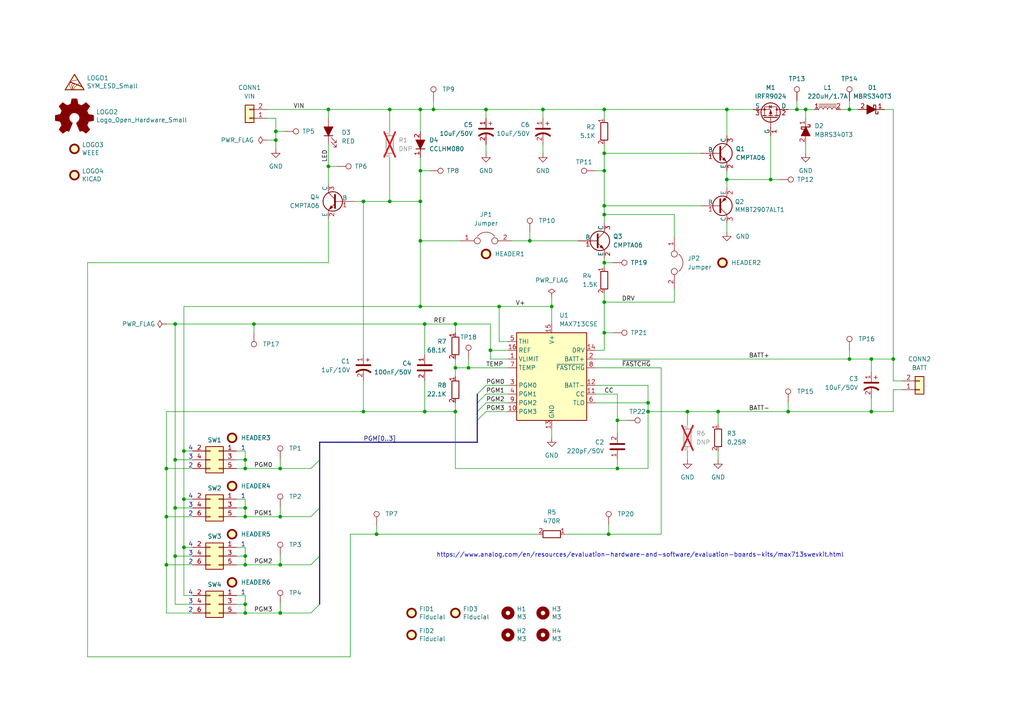
<source format=kicad_sch>
(kicad_sch (version 20231120) (generator "eeschema") (generator_version "8.0")
  (paper "A4")
  (title_block (title "MAX713 NiCd/NiMH battery fast-charge controller") (date "2024-12-13") (rev "2") (company "astroelectronic@") (comment 1 "-") (comment 2 "-") (comment 3 "-") (comment 4 "AE01012713"))
  (lib_symbols
    (symbol "CP1-Device_1" (pin_names (offset 0.254) hide)
      (property "Reference" "C" (at 0.635 2.54 0))
      (property "Value" "Device_CP1" (at 0.635 -2.54 0))
      (symbol "CP1-Device_1_1_1"
        (pin passive line (at 0 3.81 270) (length 2.794) (name "~") (number "1"))
        (pin passive line (at 0 -3.81 90) (length 3.302) (name "~") (number "2"))
      )
    )
    (symbol "CP1-Device_2" (pin_names (offset 0.254) hide)
      (property "Reference" "C" (at 0.635 2.54 0))
      (property "Value" "Device_CP1" (at 0.635 -2.54 0))
      (symbol "CP1-Device_2_1_1"
        (pin passive line (at 0 3.81 270) (length 2.794) (name "~") (number "1"))
        (pin passive line (at 0 -3.81 90) (length 3.302) (name "~") (number "2"))
      )
    )
    (symbol "CP1-Device_3" (pin_names (offset 0.254) hide)
      (property "Reference" "C" (at 0.635 2.54 0))
      (property "Value" "Device_CP1" (at 0.635 -2.54 0))
      (symbol "CP1-Device_3_1_1"
        (pin passive line (at 0 3.81 270) (length 2.794) (name "~") (number "1"))
        (pin passive line (at 0 -3.81 90) (length 3.302) (name "~") (number "2"))
      )
    )
    (symbol "C_1" (pin_names (offset 0.254) hide)
      (property "Reference" "C" (at 0.635 2.54 0))
      (property "Value" "C" (at 0.635 -2.54 0))
      (symbol "C_1_1_1"
        (pin passive line (at 0 3.81 270) (length 2.794) (name "~") (number "1"))
        (pin passive line (at 0 -3.81 90) (length 2.794) (name "~") (number "2"))
      )
    )
    (symbol "D_Schottky_ALT-Device_1" (pin_names (offset 1.016) hide)
      (property "Reference" "D" (at 0 2.54 0))
      (property "Value" "Device_D_Schottky_ALT" (at 0 -2.54 0))
      (symbol "D_Schottky_ALT-Device_1_1_1"
        (pin passive line (at -3.81 0 0) (length 2.54) (name "K") (number "1"))
        (pin passive line (at 3.81 0 180) (length 2.54) (name "A") (number "2"))
      )
    )
    (symbol "MAX713:C" (pin_names (offset 0.254) hide)
      (property "Reference" "C" (at 0.635 2.54 0))
      (property "Value" "C" (at 0.635 -2.54 0))
      (symbol "C_1_1"
        (pin passive line (at 0 3.81 270) (length 2.794) (name "~") (number "1"))
        (pin passive line (at 0 -3.81 90) (length 2.794) (name "~") (number "2"))
      )
    )
    (symbol "MAX713:CP1-Device" (pin_names (offset 0.254) hide)
      (property "Reference" "C" (at 0.635 2.54 0))
      (property "Value" "Device_CP1" (at 0.635 -2.54 0))
      (symbol "CP1-Device_1_1"
        (pin passive line (at 0 3.81 270) (length 2.794) (name "~") (number "1"))
        (pin passive line (at 0 -3.81 90) (length 3.302) (name "~") (number "2"))
      )
    )
    (symbol "MAX713:Conn_01x02" (pin_names (offset 1.016) hide)
      (property "Reference" "J" (at 0 2.54 0))
      (property "Value" "Conn_01x02" (at 0 -5.08 0))
      (symbol "Conn_01x02_1_1"
        (pin passive line (at -5.08 0 0) (length 3.81) (name "Pin_1") (number "1"))
        (pin passive line (at -5.08 -2.54 0) (length 3.81) (name "Pin_2") (number "2"))
      )
    )
    (symbol "MAX713:Conn_02x03_Odd_Even" (pin_names (offset 1.016) hide)
      (property "Reference" "J" (at 1.27 5.08 0))
      (property "Value" "Conn_02x03_Odd_Even" (at 1.27 -5.08 0))
      (symbol "Conn_02x03_Odd_Even_1_1"
        (pin passive line (at -5.08 2.54 0) (length 3.81) (name "Pin_1") (number "1"))
        (pin passive line (at 7.62 2.54 180) (length 3.81) (name "Pin_2") (number "2"))
        (pin passive line (at -5.08 0 0) (length 3.81) (name "Pin_3") (number "3"))
        (pin passive line (at 7.62 0 180) (length 3.81) (name "Pin_4") (number "4"))
        (pin passive line (at -5.08 -2.54 0) (length 3.81) (name "Pin_5") (number "5"))
        (pin passive line (at 7.62 -2.54 180) (length 3.81) (name "Pin_6") (number "6"))
      )
    )
    (symbol "MAX713:D_ALT-Device" (pin_names (offset 1.016) hide)
      (property "Reference" "D" (at 0 2.54 0))
      (property "Value" "Device_D_ALT" (at 0 -2.54 0))
      (symbol "D_ALT-Device_1_1"
        (pin passive line (at -3.81 0 0) (length 2.54) (name "K") (number "1"))
        (pin passive line (at 3.81 0 180) (length 2.54) (name "A") (number "2"))
      )
    )
    (symbol "MAX713:D_Schottky_ALT-Device" (pin_names (offset 1.016) hide)
      (property "Reference" "D" (at 0 2.54 0))
      (property "Value" "Device_D_Schottky_ALT" (at 0 -2.54 0))
      (symbol "D_Schottky_ALT-Device_1_1"
        (pin passive line (at -3.81 0 0) (length 2.54) (name "K") (number "1"))
        (pin passive line (at 3.81 0 180) (length 2.54) (name "A") (number "2"))
      )
    )
    (symbol "MAX713:Fiducial" (exclude_from_sim yes) (in_bom no)
      (property "Reference" "FID" (at 0 5.08 0))
      (property "Value" "Fiducial" (at 0 3.175 0))
    )
    (symbol "MAX713:GND-power" (power) (pin_names (offset 0))
      (property "Value" "power_GND" (at 0 -3.81 0))
      (symbol "GND-power_1_1"
        (pin power_in line (at 0 0 270) (length 0) hide (name "GND") (number "1"))
      )
    )
    (symbol "MAX713:Jumper-Device" (pin_names (offset 0.762) hide)
      (property "Reference" "JP" (at 0 3.81 0))
      (property "Value" "Device_Jumper" (at 0 -2.032 0))
      (symbol "Jumper-Device_0_1"
        (pin passive line (at -7.62 0 0) (length 4.191) (name "1") (number "1"))
        (pin passive line (at 7.62 0 180) (length 4.191) (name "2") (number "2"))
      )
    )
    (symbol "MAX713:LED_ALT-Device" (pin_numbers hide) (pin_names (offset 1.016) hide)
      (property "Reference" "D" (at 0 2.54 0))
      (property "Value" "Device_LED_ALT" (at 0 -2.54 0))
      (symbol "LED_ALT-Device_1_1"
        (pin passive line (at -3.81 0 0) (length 2.54) (name "K") (number "1"))
        (pin passive line (at 3.81 0 180) (length 2.54) (name "A") (number "2"))
      )
    )
    (symbol "MAX713:L_Core_Iron-Device" (pin_names (offset 1.016) hide)
      (property "Reference" "L" (at -1.27 0 90))
      (property "Value" "Device_L_Core_Iron" (at 2.794 0 90))
      (symbol "L_Core_Iron-Device_1_1"
        (pin passive line (at 0 3.81 270) (length 1.27) (name "1") (number "1"))
        (pin passive line (at 0 -3.81 90) (length 1.27) (name "2") (number "2"))
      )
    )
    (symbol "MAX713:Logo_Open_Hardware_Small" (in_bom no) (on_board no))
    (symbol "MAX713:MAX713CSE"
      (property "Reference" "U" (at -8.382 13.97 0))
      (property "Value" "MAX713CSE" (at 2.54 13.97 0))
      (symbol "MAX713CSE_1_1"
        (pin input line (at -12.7 5.08 0) (length 2.54) (name "VLIMIT") (number "1"))
        (pin input line (at -12.7 -10.16 0) (length 2.54) (name "PGM3") (number "10"))
        (pin input line (at 12.7 -5.08 180) (length 2.54) (name "CC") (number "11"))
        (pin input line (at 12.7 -2.54 180) (length 2.54) (name "BATT-") (number "12"))
        (pin power_in line (at 0 -15.24 90) (length 2.54) (name "GND") (number "13"))
        (pin output line (at 12.7 7.62 180) (length 2.54) (name "DRV") (number "14"))
        (pin power_in line (at 0 15.24 270) (length 2.54) (name "V+") (number "15"))
        (pin power_in line (at -12.7 7.62 0) (length 2.54) (name "REF") (number "16"))
        (pin power_out line (at 12.7 5.08 180) (length 2.54) (name "BATT+") (number "2"))
        (pin power_out line (at -12.7 -2.54 0) (length 2.54) (name "PGM0") (number "3"))
        (pin power_out line (at -12.7 -5.08 0) (length 2.54) (name "PGM1") (number "4"))
        (pin input line (at -12.7 10.16 0) (length 2.54) (name "THI") (number "5"))
        (pin input line (at 12.7 -7.62 180) (length 2.54) (name "TLO") (number "6"))
        (pin input line (at -12.7 2.54 0) (length 2.54) (name "TEMP") (number "7"))
        (pin open_collector line (at 12.7 2.54 180) (length 2.54) (name "~{FASTCHG}") (number "8"))
        (pin input line (at -12.7 -7.62 0) (length 2.54) (name "PGM2") (number "9"))
      )
    )
    (symbol "MAX713:MountingHole" (pin_names (offset 1.016)) (exclude_from_sim yes) (in_bom no)
      (property "Reference" "H" (at 0 5.08 0))
      (property "Value" "MountingHole" (at 0 3.175 0))
    )
    (symbol "MAX713:PWR_FLAG-power" (power) (pin_numbers hide) (pin_names (offset 0) hide)
      (property "Value" "power_PWR_FLAG" (at 0 3.81 0))
      (symbol "PWR_FLAG-power_0_0"
        (pin power_out line (at 0 0 90) (length 0) (name "pwr") (number "1"))
      )
    )
    (symbol "MAX713:Q_NPN_BEC" (pin_names (offset 0))
      (property "Reference" "Q" (at 5.08 1.27 0))
      (property "Value" "Q_NPN_BEC" (at 5.08 -1.27 0))
      (symbol "Q_NPN_BEC_1_1"
        (pin input line (at -5.08 0 0) (length 5.715) (name "B") (number "1"))
        (pin passive line (at 2.54 -5.08 90) (length 2.54) (name "E") (number "2"))
        (pin passive line (at 2.54 5.08 270) (length 2.54) (name "C") (number "3"))
      )
    )
    (symbol "MAX713:Q_PMOS_GDS" (pin_names (offset 0))
      (property "Reference" "Q" (at 5.08 1.27 0))
      (property "Value" "Q_PMOS_GDS" (at 5.08 -1.27 0))
      (symbol "Q_PMOS_GDS_1_1"
        (pin input line (at -5.08 0 0) (length 2.54) (name "G") (number "1"))
        (pin passive line (at 2.54 5.08 270) (length 2.54) (name "D") (number "2"))
        (pin passive line (at 2.54 -5.08 90) (length 2.54) (name "S") (number "3"))
      )
    )
    (symbol "MAX713:Q_PNP_BEC" (pin_names (offset 0))
      (property "Reference" "Q" (at 5.08 1.27 0))
      (property "Value" "Q_PNP_BEC" (at 5.08 -1.27 0))
      (symbol "Q_PNP_BEC_1_1"
        (pin input line (at -5.08 0 0) (length 5.715) (name "B") (number "1"))
        (pin passive line (at 2.54 -5.08 90) (length 2.54) (name "E") (number "2"))
        (pin passive line (at 2.54 5.08 270) (length 2.54) (name "C") (number "3"))
      )
    )
    (symbol "MAX713:R" (pin_names (offset 0) hide)
      (property "Reference" "R" (at 2.032 0 90))
      (property "Value" "R" (at 0 0 90))
      (symbol "R_1_1"
        (pin passive line (at 0 3.81 270) (length 1.27) (name "~") (number "1"))
        (pin passive line (at 0 -3.81 90) (length 1.27) (name "~") (number "2"))
      )
    )
    (symbol "MAX713:SYM_ESD_Small" (in_bom no) (on_board no))
    (symbol "MAX713:TestPoint" (pin_numbers hide) (pin_names (offset 0.762) hide)
      (property "Reference" "TP" (at 0 6.858 0))
      (property "Value" "TestPoint" (at 0 5.08 0))
      (symbol "TestPoint_1_1"
        (pin passive line (at 0 0 90) (length 2.54) (name "1") (number "1"))
      )
    )
    (symbol "Q_NPN_BEC_1" (pin_names (offset 0))
      (property "Reference" "Q" (at 5.08 1.27 0))
      (property "Value" "Q_NPN_BEC" (at 5.08 -1.27 0))
      (symbol "Q_NPN_BEC_1_1_1"
        (pin input line (at -5.08 0 0) (length 5.715) (name "B") (number "1"))
        (pin passive line (at 2.54 -5.08 90) (length 2.54) (name "E") (number "2"))
        (pin passive line (at 2.54 5.08 270) (length 2.54) (name "C") (number "3"))
      )
    )
    (symbol "Q_NPN_BEC_2" (pin_names (offset 0))
      (property "Reference" "Q" (at 5.08 1.27 0))
      (property "Value" "Q_NPN_BEC" (at 5.08 -1.27 0))
      (symbol "Q_NPN_BEC_2_1_1"
        (pin input line (at -5.08 0 0) (length 5.715) (name "B") (number "1"))
        (pin passive line (at 2.54 -5.08 90) (length 2.54) (name "E") (number "2"))
        (pin passive line (at 2.54 5.08 270) (length 2.54) (name "C") (number "3"))
      )
    )
    (symbol "R_1" (pin_names (offset 0) hide)
      (property "Reference" "R" (at 2.032 0 90))
      (property "Value" "R" (at 0 0 90))
      (symbol "R_1_1_1"
        (pin passive line (at 0 3.81 270) (length 1.27) (name "~") (number "1"))
        (pin passive line (at 0 -3.81 90) (length 1.27) (name "~") (number "2"))
      )
    )
    (symbol "R_2" (pin_names (offset 0) hide)
      (property "Reference" "R" (at 2.032 0 90))
      (property "Value" "R" (at 0 0 90))
      (symbol "R_2_1_1"
        (pin passive line (at 0 3.81 270) (length 1.27) (name "~") (number "1"))
        (pin passive line (at 0 -3.81 90) (length 1.27) (name "~") (number "2"))
      )
    )
    (symbol "R_3" (pin_names (offset 0) hide)
      (property "Reference" "R" (at 2.032 0 90))
      (property "Value" "R" (at 0 0 90))
      (symbol "R_3_1_1"
        (pin passive line (at 0 3.81 270) (length 1.27) (name "~") (number "1"))
        (pin passive line (at 0 -3.81 90) (length 1.27) (name "~") (number "2"))
      )
    )
    (symbol "R_4" (pin_names (offset 0) hide)
      (property "Reference" "R" (at 2.032 0 90))
      (property "Value" "R" (at 0 0 90))
      (symbol "R_4_1_1"
        (pin passive line (at 0 3.81 270) (length 1.27) (name "~") (number "1"))
        (pin passive line (at 0 -3.81 90) (length 1.27) (name "~") (number "2"))
      )
    )
    (symbol "R_5" (pin_names (offset 0) hide)
      (property "Reference" "R" (at 2.032 0 90))
      (property "Value" "R" (at 0 0 90))
      (symbol "R_5_1_1"
        (pin passive line (at 0 3.81 270) (length 1.27) (name "~") (number "1"))
        (pin passive line (at 0 -3.81 90) (length 1.27) (name "~") (number "2"))
      )
    )
    (symbol "R_6" (pin_names (offset 0) hide)
      (property "Reference" "R" (at 2.032 0 90))
      (property "Value" "R" (at 0 0 90))
      (symbol "R_6_1_1"
        (pin passive line (at 0 3.81 270) (length 1.27) (name "~") (number "1"))
        (pin passive line (at 0 -3.81 90) (length 1.27) (name "~") (number "2"))
      )
    )
    (symbol "R_7" (pin_names (offset 0) hide)
      (property "Reference" "R" (at 2.032 0 90))
      (property "Value" "R" (at 0 0 90))
      (symbol "R_7_1_1"
        (pin passive line (at 0 3.81 270) (length 1.27) (name "~") (number "1"))
        (pin passive line (at 0 -3.81 90) (length 1.27) (name "~") (number "2"))
      )
    )
  )
  (junction (at 175.26 87.63))
  (junction (at 208.28 119.38))
  (junction (at 175.26 49.53))
  (junction (at 210.82 52.07))
  (junction (at 132.08 106.68))
  (junction (at 71.12 177.8))
  (junction (at 123.19 93.98))
  (junction (at 199.39 119.38))
  (junction (at 71.12 133.35))
  (junction (at 105.41 58.42))
  (junction (at 135.89 106.68))
  (junction (at 179.07 135.89))
  (junction (at 81.28 135.89))
  (junction (at 48.26 163.83))
  (junction (at 132.08 93.98))
  (junction (at 125.73 31.75))
  (junction (at 252.73 119.38))
  (junction (at 121.92 58.42))
  (junction (at 113.03 58.42))
  (junction (at 113.03 31.75))
  (junction (at 80.01 38.1))
  (junction (at 48.26 135.89))
  (junction (at 179.07 121.92))
  (junction (at 246.38 104.14))
  (junction (at 50.8 93.98))
  (junction (at 121.92 88.9))
  (junction (at 71.12 163.83))
  (junction (at 175.26 96.52))
  (junction (at 95.25 48.26))
  (junction (at 175.26 44.45))
  (junction (at 233.68 31.75))
  (junction (at 73.66 93.98))
  (junction (at 140.97 31.75))
  (junction (at 109.22 154.94))
  (junction (at 50.8 133.35))
  (junction (at 228.6 119.38))
  (junction (at 252.73 104.14))
  (junction (at 175.26 59.69))
  (junction (at 71.12 147.32))
  (junction (at 53.34 158.75))
  (junction (at 210.82 31.75))
  (junction (at 246.38 31.75))
  (junction (at 175.26 76.2))
  (junction (at 81.28 149.86))
  (junction (at 50.8 147.32))
  (junction (at 95.25 31.75))
  (junction (at 71.12 175.26))
  (junction (at 231.14 31.75))
  (junction (at 144.78 88.9))
  (junction (at 132.08 119.38))
  (junction (at 71.12 161.29))
  (junction (at 48.26 149.86))
  (junction (at 157.48 31.75))
  (junction (at 53.34 130.81))
  (junction (at 153.67 69.85))
  (junction (at 187.96 119.38))
  (junction (at 187.96 116.84))
  (junction (at 50.8 161.29))
  (junction (at 175.26 62.23))
  (junction (at 71.12 149.86))
  (junction (at 223.52 52.07))
  (junction (at 175.26 31.75))
  (junction (at 81.28 177.8))
  (junction (at 81.28 163.83))
  (junction (at 121.92 69.85))
  (junction (at 71.12 135.89))
  (junction (at 259.08 104.14))
  (junction (at 53.34 144.78))
  (junction (at 160.02 88.9))
  (junction (at 121.92 49.53))
  (junction (at 142.24 101.6))
  (junction (at 105.41 119.38))
  (junction (at 176.53 154.94))
  (junction (at 80.01 40.64))
  (junction (at 123.19 119.38))
  (junction (at 121.92 31.75))
  (bus_entry (at 138.43 114.3) (size 2.54 -2.54))
  (bus_entry (at 90.17 177.8) (size 2.54 -2.54))
  (bus_entry (at 90.17 163.83) (size 2.54 -2.54))
  (bus_entry (at 138.43 121.92) (size 2.54 -2.54))
  (bus_entry (at 90.17 135.89) (size 2.54 -2.54))
  (bus_entry (at 90.17 149.86) (size 2.54 -2.54))
  (bus_entry (at 138.43 116.84) (size 2.54 -2.54))
  (bus_entry (at 138.43 119.38) (size 2.54 -2.54))
  (wire (pts (xy 121.92 69.85) (xy 121.92 88.9)))
  (wire (pts (xy 142.24 93.98) (xy 132.08 93.98)))
  (wire (pts (xy 68.58 144.78) (xy 71.12 144.78)))
  (wire (pts (xy 121.92 69.85) (xy 133.35 69.85)))
  (wire (pts (xy 233.68 31.75) (xy 233.68 34.29)))
  (wire (pts (xy 95.25 41.91) (xy 95.25 48.26)))
  (wire (pts (xy 252.73 104.14) (xy 259.08 104.14)))
  (wire (pts (xy 82.55 38.1) (xy 80.01 38.1)))
  (wire (pts (xy 71.12 177.8) (xy 81.28 177.8)))
  (wire (pts (xy 246.38 31.75) (xy 248.92 31.75)))
  (wire (pts (xy 97.79 48.26) (xy 95.25 48.26)))
  (wire (pts (xy 121.92 88.9) (xy 144.78 88.9)))
  (wire (pts (xy 123.19 93.98) (xy 132.08 93.98)))
  (wire (pts (xy 68.58 130.81) (xy 71.12 130.81)))
  (wire (pts (xy 157.48 41.91) (xy 157.48 44.45)))
  (wire (pts (xy 210.82 52.07) (xy 223.52 52.07)))
  (wire (pts (xy 226.06 52.07) (xy 223.52 52.07)))
  (wire (pts (xy 121.92 88.9) (xy 53.34 88.9)))
  (wire (pts (xy 140.97 31.75) (xy 125.73 31.75)))
  (bus (pts (xy 92.71 128.27) (xy 92.71 133.35)))
  (bus (pts (xy 92.71 161.29) (xy 92.71 175.26)))
  (wire (pts (xy 50.8 147.32) (xy 50.8 133.35)))
  (wire (pts (xy 95.25 34.29) (xy 95.25 31.75)))
  (wire (pts (xy 71.12 135.89) (xy 81.28 135.89)))
  (wire (pts (xy 135.89 106.68) (xy 132.08 106.68)))
  (wire (pts (xy 132.08 93.98) (xy 132.08 96.52)))
  (wire (pts (xy 175.26 34.29) (xy 175.26 31.75)))
  (wire (pts (xy 50.8 175.26) (xy 50.8 161.29)))
  (wire (pts (xy 223.52 52.07) (xy 223.52 39.37)))
  (wire (pts (xy 160.02 124.46) (xy 160.02 127)))
  (wire (pts (xy 172.72 116.84) (xy 187.96 116.84)))
  (wire (pts (xy 176.53 154.94) (xy 163.83 154.94)))
  (wire (pts (xy 228.6 31.75) (xy 231.14 31.75)))
  (wire (pts (xy 187.96 111.76) (xy 187.96 116.84)))
  (wire (pts (xy 175.26 87.63) (xy 195.58 87.63)))
  (wire (pts (xy 231.14 29.21) (xy 231.14 31.75)))
  (bus (pts (xy 92.71 133.35) (xy 92.71 147.32)))
  (wire (pts (xy 109.22 154.94) (xy 101.6 154.94)))
  (wire (pts (xy 53.34 88.9) (xy 53.34 130.81)))
  (wire (pts (xy 140.97 114.3) (xy 147.32 114.3)))
  (wire (pts (xy 177.8 96.52) (xy 175.26 96.52)))
  (wire (pts (xy 80.01 34.29) (xy 80.01 38.1)))
  (wire (pts (xy 80.01 40.64) (xy 80.01 43.18)))
  (wire (pts (xy 95.25 31.75) (xy 113.03 31.75)))
  (wire (pts (xy 175.26 59.69) (xy 175.26 49.53)))
  (wire (pts (xy 48.26 119.38) (xy 48.26 135.89)))
  (wire (pts (xy 187.96 119.38) (xy 187.96 116.84)))
  (wire (pts (xy 123.19 119.38) (xy 132.08 119.38)))
  (wire (pts (xy 48.26 135.89) (xy 55.88 135.89)))
  (wire (pts (xy 172.72 104.14) (xy 246.38 104.14)))
  (bus (pts (xy 92.71 128.27) (xy 138.43 128.27)))
  (wire (pts (xy 175.26 49.53) (xy 175.26 44.45)))
  (wire (pts (xy 50.8 147.32) (xy 55.88 147.32)))
  (wire (pts (xy 81.28 133.35) (xy 81.28 135.89)))
  (wire (pts (xy 132.08 109.22) (xy 132.08 106.68)))
  (wire (pts (xy 73.66 96.52) (xy 73.66 93.98)))
  (wire (pts (xy 157.48 31.75) (xy 140.97 31.75)))
  (wire (pts (xy 25.4 76.2) (xy 25.4 190.5)))
  (wire (pts (xy 199.39 130.81) (xy 199.39 133.35)))
  (wire (pts (xy 243.84 31.75) (xy 246.38 31.75)))
  (wire (pts (xy 68.58 135.89) (xy 71.12 135.89)))
  (wire (pts (xy 175.26 62.23) (xy 195.58 62.23)))
  (wire (pts (xy 123.19 110.49) (xy 123.19 119.38)))
  (wire (pts (xy 101.6 190.5) (xy 101.6 154.94)))
  (wire (pts (xy 210.82 39.37) (xy 210.82 31.75)))
  (wire (pts (xy 71.12 149.86) (xy 81.28 149.86)))
  (wire (pts (xy 191.77 154.94) (xy 176.53 154.94)))
  (wire (pts (xy 140.97 34.29) (xy 140.97 31.75)))
  (wire (pts (xy 252.73 119.38) (xy 252.73 115.57)))
  (wire (pts (xy 140.97 119.38) (xy 147.32 119.38)))
  (bus (pts (xy 138.43 116.84) (xy 138.43 119.38)))
  (wire (pts (xy 68.58 158.75) (xy 71.12 158.75)))
  (bus (pts (xy 138.43 119.38) (xy 138.43 121.92)))
  (wire (pts (xy 140.97 44.45) (xy 140.97 41.91)))
  (bus (pts (xy 138.43 121.92) (xy 138.43 128.27)))
  (wire (pts (xy 199.39 119.38) (xy 208.28 119.38)))
  (wire (pts (xy 71.12 133.35) (xy 68.58 133.35)))
  (wire (pts (xy 121.92 58.42) (xy 121.92 49.53)))
  (wire (pts (xy 179.07 135.89) (xy 187.96 135.89)))
  (wire (pts (xy 109.22 152.4) (xy 109.22 154.94)))
  (wire (pts (xy 175.26 74.93) (xy 175.26 76.2)))
  (wire (pts (xy 228.6 116.84) (xy 228.6 119.38)))
  (wire (pts (xy 160.02 88.9) (xy 160.02 86.36)))
  (wire (pts (xy 77.47 34.29) (xy 80.01 34.29)))
  (wire (pts (xy 105.41 58.42) (xy 113.03 58.42)))
  (wire (pts (xy 172.72 114.3) (xy 179.07 114.3)))
  (wire (pts (xy 71.12 149.86) (xy 71.12 147.32)))
  (wire (pts (xy 259.08 119.38) (xy 252.73 119.38)))
  (wire (pts (xy 181.61 121.92) (xy 179.07 121.92)))
  (wire (pts (xy 175.26 41.91) (xy 175.26 44.45)))
  (wire (pts (xy 191.77 106.68) (xy 191.77 154.94)))
  (bus (pts (xy 92.71 147.32) (xy 92.71 161.29)))
  (wire (pts (xy 210.82 64.77) (xy 210.82 67.31)))
  (wire (pts (xy 50.8 133.35) (xy 55.88 133.35)))
  (wire (pts (xy 175.26 31.75) (xy 210.82 31.75)))
  (wire (pts (xy 147.32 111.76) (xy 140.97 111.76)))
  (wire (pts (xy 102.87 58.42) (xy 105.41 58.42)))
  (wire (pts (xy 81.28 177.8) (xy 90.17 177.8)))
  (wire (pts (xy 77.47 31.75) (xy 95.25 31.75)))
  (wire (pts (xy 208.28 119.38) (xy 228.6 119.38)))
  (wire (pts (xy 81.28 161.29) (xy 81.28 163.83)))
  (wire (pts (xy 147.32 106.68) (xy 135.89 106.68)))
  (wire (pts (xy 208.28 123.19) (xy 208.28 119.38)))
  (wire (pts (xy 113.03 31.75) (xy 113.03 38.1)))
  (wire (pts (xy 71.12 135.89) (xy 71.12 133.35)))
  (wire (pts (xy 175.26 44.45) (xy 203.2 44.45)))
  (wire (pts (xy 81.28 163.83) (xy 90.17 163.83)))
  (wire (pts (xy 105.41 102.87) (xy 105.41 58.42)))
  (wire (pts (xy 233.68 41.91) (xy 233.68 44.45)))
  (wire (pts (xy 148.59 69.85) (xy 153.67 69.85)))
  (wire (pts (xy 259.08 110.49) (xy 261.62 110.49)))
  (wire (pts (xy 175.26 76.2) (xy 175.26 77.47)))
  (wire (pts (xy 105.41 119.38) (xy 105.41 110.49)))
  (wire (pts (xy 95.25 76.2) (xy 25.4 76.2)))
  (wire (pts (xy 121.92 69.85) (xy 121.92 58.42)))
  (wire (pts (xy 195.58 62.23) (xy 195.58 68.58)))
  (wire (pts (xy 172.72 101.6) (xy 175.26 101.6)))
  (wire (pts (xy 175.26 64.77) (xy 175.26 62.23)))
  (wire (pts (xy 55.88 177.8) (xy 48.26 177.8)))
  (wire (pts (xy 71.12 177.8) (xy 71.12 175.26)))
  (wire (pts (xy 187.96 119.38) (xy 199.39 119.38)))
  (wire (pts (xy 121.92 49.53) (xy 121.92 45.72)))
  (wire (pts (xy 80.01 38.1) (xy 80.01 40.64)))
  (wire (pts (xy 53.34 158.75) (xy 53.34 172.72)))
  (wire (pts (xy 156.21 154.94) (xy 109.22 154.94)))
  (wire (pts (xy 121.92 38.1) (xy 121.92 31.75)))
  (wire (pts (xy 210.82 52.07) (xy 210.82 54.61)))
  (wire (pts (xy 124.46 49.53) (xy 121.92 49.53)))
  (wire (pts (xy 228.6 119.38) (xy 252.73 119.38)))
  (wire (pts (xy 81.28 149.86) (xy 90.17 149.86)))
  (wire (pts (xy 50.8 161.29) (xy 50.8 147.32)))
  (wire (pts (xy 175.26 87.63) (xy 175.26 96.52)))
  (wire (pts (xy 153.67 67.31) (xy 153.67 69.85)))
  (wire (pts (xy 48.26 149.86) (xy 48.26 135.89)))
  (wire (pts (xy 132.08 106.68) (xy 132.08 104.14)))
  (wire (pts (xy 210.82 49.53) (xy 210.82 52.07)))
  (wire (pts (xy 187.96 111.76) (xy 172.72 111.76)))
  (wire (pts (xy 144.78 88.9) (xy 144.78 99.06)))
  (wire (pts (xy 175.26 62.23) (xy 175.26 59.69)))
  (wire (pts (xy 48.26 163.83) (xy 48.26 149.86)))
  (wire (pts (xy 175.26 76.2) (xy 177.8 76.2)))
  (wire (pts (xy 175.26 31.75) (xy 157.48 31.75)))
  (wire (pts (xy 71.12 158.75) (xy 71.12 161.29)))
  (wire (pts (xy 48.26 93.98) (xy 50.8 93.98)))
  (wire (pts (xy 71.12 163.83) (xy 81.28 163.83)))
  (wire (pts (xy 135.89 104.14) (xy 135.89 106.68)))
  (wire (pts (xy 187.96 135.89) (xy 187.96 119.38)))
  (wire (pts (xy 199.39 123.19) (xy 199.39 119.38)))
  (wire (pts (xy 142.24 101.6) (xy 142.24 93.98)))
  (wire (pts (xy 132.08 119.38) (xy 132.08 135.89)))
  (wire (pts (xy 73.66 93.98) (xy 123.19 93.98)))
  (wire (pts (xy 68.58 172.72) (xy 71.12 172.72)))
  (wire (pts (xy 218.44 31.75) (xy 210.82 31.75)))
  (wire (pts (xy 71.12 130.81) (xy 71.12 133.35)))
  (wire (pts (xy 123.19 102.87) (xy 123.19 93.98)))
  (wire (pts (xy 259.08 113.03) (xy 259.08 119.38)))
  (wire (pts (xy 256.54 31.75) (xy 259.08 31.75)))
  (wire (pts (xy 175.26 96.52) (xy 175.26 101.6)))
  (wire (pts (xy 81.28 135.89) (xy 90.17 135.89)))
  (wire (pts (xy 172.72 49.53) (xy 175.26 49.53)))
  (wire (pts (xy 246.38 101.6) (xy 246.38 104.14)))
  (wire (pts (xy 246.38 104.14) (xy 252.73 104.14)))
  (wire (pts (xy 68.58 163.83) (xy 71.12 163.83)))
  (wire (pts (xy 246.38 29.21) (xy 246.38 31.75)))
  (wire (pts (xy 48.26 119.38) (xy 105.41 119.38)))
  (wire (pts (xy 231.14 31.75) (xy 233.68 31.75)))
  (wire (pts (xy 113.03 58.42) (xy 113.03 45.72)))
  (wire (pts (xy 50.8 93.98) (xy 50.8 133.35)))
  (wire (pts (xy 53.34 144.78) (xy 55.88 144.78)))
  (wire (pts (xy 132.08 119.38) (xy 132.08 116.84)))
  (wire (pts (xy 53.34 172.72) (xy 55.88 172.72)))
  (wire (pts (xy 140.97 116.84) (xy 147.32 116.84)))
  (wire (pts (xy 252.73 107.95) (xy 252.73 104.14)))
  (wire (pts (xy 144.78 99.06) (xy 147.32 99.06)))
  (wire (pts (xy 95.25 76.2) (xy 95.25 63.5)))
  (wire (pts (xy 233.68 31.75) (xy 236.22 31.75)))
  (wire (pts (xy 172.72 106.68) (xy 191.77 106.68)))
  (wire (pts (xy 68.58 177.8) (xy 71.12 177.8)))
  (wire (pts (xy 153.67 69.85) (xy 167.64 69.85)))
  (wire (pts (xy 179.07 121.92) (xy 179.07 125.73)))
  (wire (pts (xy 68.58 149.86) (xy 71.12 149.86)))
  (wire (pts (xy 179.07 114.3) (xy 179.07 121.92)))
  (wire (pts (xy 55.88 130.81) (xy 53.34 130.81)))
  (wire (pts (xy 71.12 144.78) (xy 71.12 147.32)))
  (wire (pts (xy 142.24 104.14) (xy 147.32 104.14)))
  (wire (pts (xy 160.02 93.98) (xy 160.02 88.9)))
  (wire (pts (xy 142.24 101.6) (xy 142.24 104.14)))
  (wire (pts (xy 81.28 147.32) (xy 81.28 149.86)))
  (wire (pts (xy 105.41 119.38) (xy 123.19 119.38)))
  (wire (pts (xy 71.12 172.72) (xy 71.12 175.26)))
  (wire (pts (xy 259.08 104.14) (xy 259.08 110.49)))
  (wire (pts (xy 132.08 135.89) (xy 179.07 135.89)))
  (wire (pts (xy 208.28 130.81) (xy 208.28 133.35)))
  (wire (pts (xy 125.73 31.75) (xy 121.92 31.75)))
  (wire (pts (xy 175.26 85.09) (xy 175.26 87.63)))
  (wire (pts (xy 71.12 161.29) (xy 68.58 161.29)))
  (wire (pts (xy 261.62 113.03) (xy 259.08 113.03)))
  (wire (pts (xy 147.32 101.6) (xy 142.24 101.6)))
  (wire (pts (xy 113.03 58.42) (xy 121.92 58.42)))
  (wire (pts (xy 179.07 133.35) (xy 179.07 135.89)))
  (wire (pts (xy 53.34 144.78) (xy 53.34 158.75)))
  (wire (pts (xy 176.53 152.4) (xy 176.53 154.94)))
  (bus (pts (xy 138.43 114.3) (xy 138.43 116.84)))
  (wire (pts (xy 81.28 175.26) (xy 81.28 177.8)))
  (wire (pts (xy 71.12 147.32) (xy 68.58 147.32)))
  (wire (pts (xy 71.12 163.83) (xy 71.12 161.29)))
  (wire (pts (xy 50.8 161.29) (xy 55.88 161.29)))
  (wire (pts (xy 203.2 59.69) (xy 175.26 59.69)))
  (wire (pts (xy 53.34 158.75) (xy 55.88 158.75)))
  (wire (pts (xy 25.4 190.5) (xy 101.6 190.5)))
  (wire (pts (xy 95.25 48.26) (xy 95.25 53.34)))
  (wire (pts (xy 48.26 177.8) (xy 48.26 163.83)))
  (wire (pts (xy 160.02 88.9) (xy 144.78 88.9)))
  (wire (pts (xy 125.73 29.21) (xy 125.73 31.75)))
  (wire (pts (xy 55.88 175.26) (xy 50.8 175.26)))
  (wire (pts (xy 53.34 130.81) (xy 53.34 144.78)))
  (wire (pts (xy 48.26 149.86) (xy 55.88 149.86)))
  (wire (pts (xy 157.48 34.29) (xy 157.48 31.75)))
  (wire (pts (xy 48.26 163.83) (xy 55.88 163.83)))
  (wire (pts (xy 73.66 93.98) (xy 50.8 93.98)))
  (wire (pts (xy 195.58 83.82) (xy 195.58 87.63)))
  (wire (pts (xy 121.92 31.75) (xy 113.03 31.75)))
  (wire (pts (xy 77.47 40.64) (xy 80.01 40.64)))
  (wire (pts (xy 71.12 175.26) (xy 68.58 175.26)))
  (wire (pts (xy 259.08 104.14) (xy 259.08 31.75)))
  (text "https://www.analog.com/en/resources/evaluation-hardware-and-software/evaluation-boards-kits/max713swevkit.html" (at 185.674 161.036 0) (effects (font (size 1.27 1.27))))
  (text "2" (at 54.61 135.89 0) (effects (font (size 1.27 1.27)) (justify left bottom)))
  (text "1" (at 69.85 158.75 0) (effects (font (size 1.27 1.27)) (justify left bottom)))
  (text "2" (at 54.61 163.83 0) (effects (font (size 1.27 1.27)) (justify left bottom)))
  (text "4" (at 54.61 130.81 0) (effects (font (size 1.27 1.27)) (justify left bottom)))
  (text "2" (at 54.61 177.8 0) (effects (font (size 1.27 1.27)) (justify left bottom)))
  (text "4" (at 54.61 158.75 0) (effects (font (size 1.27 1.27)) (justify left bottom)))
  (text "3" (at 54.61 175.26 0) (effects (font (size 1.27 1.27)) (justify left bottom)))
  (text "1" (at 69.85 144.78 0) (effects (font (size 1.27 1.27)) (justify left bottom)))
  (text "3" (at 54.61 147.32 0) (effects (font (size 1.27 1.27)) (justify left bottom)))
  (text "1" (at 69.85 172.72 0) (effects (font (size 1.27 1.27)) (justify left bottom)))
  (text "3" (at 54.61 133.35 0) (effects (font (size 1.27 1.27)) (justify left bottom)))
  (text "3" (at 54.61 161.29 0) (effects (font (size 1.27 1.27)) (justify left bottom)))
  (text "2" (at 54.61 149.86 0) (effects (font (size 1.27 1.27)) (justify left bottom)))
  (text "4" (at 54.61 172.72 0) (effects (font (size 1.27 1.27)) (justify left bottom)))
  (text "1" (at 69.85 130.81 0) (effects (font (size 1.27 1.27)) (justify left bottom)))
  (text "4" (at 54.61 144.78 0) (effects (font (size 1.27 1.27)) (justify left bottom)))
  (label "PGM0" (at 73.66 135.89 0))
  (label "PGM0" (at 140.97 111.76 0))
  (label "PGM1" (at 73.66 149.86 0))
  (label "CC" (at 175.26 114.3 0))
  (label "BATT+" (at 217.17 104.14 0))
  (label "~{FASTCHG}" (at 180.34 106.68 0))
  (label "LED" (at 95.25 46.99 90))
  (label "PGM1" (at 140.97 114.3 0))
  (label "PGM3" (at 73.66 177.8 0))
  (label "VIN" (at 85.09 31.75 0))
  (label "REF" (at 125.73 93.98 0))
  (label "PGM3" (at 140.97 119.38 0))
  (label "DRV" (at 180.34 87.63 0))
  (label "BATT-" (at 217.17 119.38 0))
  (label "PGM2" (at 73.66 163.83 0))
  (label "PGM[0..3]" (at 105.41 128.27 0))
  (label "PGM2" (at 140.97 116.84 0))
  (label "TEMP" (at 140.97 106.68 0))
  (label "V+" (at 152.4 88.9 180))
  (symbol (lib_id "MAX713:MAX713CSE") (at 160.02 109.22 0) (unit 1)
    (property "Reference" "U1" (at 162.2141 91.44 0) (effects (justify left)))
    (property "Value" "MAX713CSE" (at 162.2141 93.98 0) (effects (justify left)))
    (property "Footprint" "Package_SO:SOIC-16_3.9x9.9mm_P1.27mm" (effects (hide yes)))
    (property "MPN" "MAX713CSE+" (effects (hide yes)))
  )
  (symbol (lib_id "MAX713:GND-power") (at 160.02 127 0) (unit 1)
    (property "Reference" "#PWR0101" (effects (hide yes)))
    (property "Value" "GND" (at 160.02 132.08 0))
  )
  (symbol (lib_id "MAX713:LED_ALT-Device") (at 95.25 38.1 90) (unit 1)
    (property "Reference" "D3" (at 99.06 38.4174 90) (effects (justify right)))
    (property "Value" "RED" (at 99.06 40.9574 90) (effects (justify right)))
    (property "Footprint" "LED_SMD:LED_0805_2012Metric" (effects (hide yes)))
    (property "MPN" "SML-211UTT86" (effects (hide yes)))
  )
  (symbol (lib_name "Q_NPN_BEC_1") (lib_id "MAX713:Q_NPN_BEC_1") (at 97.79 58.42 0) (mirror y) (unit 1)
    (property "Reference" "Q4" (at 92.71 57.1499 0) (effects (justify left)))
    (property "Value" "CMPTA06" (at 92.71 59.6899 0) (effects (justify left)))
    (property "Footprint" "Package_TO_SOT_SMD:SOT-23" (effects (hide yes)))
    (property "MPN" "CMPTA06 TR PBFREE" (effects (hide yes)))
  )
  (symbol (lib_name "R_1") (lib_id "MAX713:R_1") (at 113.03 41.91 0) (unit 1) (in_bom no) (dnp yes)
    (property "Reference" "R1" (at 115.57 40.6399 0) (effects (justify left)))
    (property "Value" "DNP" (at 115.57 43.1799 0) (effects (justify left)))
    (property "Footprint" "Resistor_THT:R_Axial_DIN0922_L20.0mm_D9.0mm_P30.48mm_Horizontal" (effects (hide yes)))
  )
  (symbol (lib_id "MAX713:D_ALT-Device") (at 121.92 41.91 90) (unit 1)
    (property "Reference" "D4" (at 124.46 40.6399 90) (effects (justify right)))
    (property "Value" "CCLHM080" (at 124.46 43.1799 90) (effects (justify right)))
    (property "Footprint" "Diode_SMD:D_MiniMELF" (effects (hide yes)))
    (property "MPN" "CMJH080 TR PBFREE" (effects (hide yes)))
  )
  (symbol (lib_name "CP1-Device_1") (lib_id "MAX713:CP1-Device_1") (at 140.97 38.1 0) (mirror y) (unit 1)
    (property "Reference" "C5" (at 137.16 36.1949 0) (effects (justify left)))
    (property "Value" "10uF/50V" (at 137.16 38.7349 0) (effects (justify left)))
    (property "Footprint" "Capacitor_Tantalum_SMD:CP_EIA-7260-38_AVX-R" (effects (hide yes)))
    (property "MPN" "595D106X0050R2T" (effects (hide yes)))
  )
  (symbol (lib_id "MAX713:GND-power") (at 140.97 44.45 0) (unit 1)
    (property "Reference" "#PWR0102" (effects (hide yes)))
    (property "Value" "GND" (at 140.97 49.53 0))
  )
  (symbol (lib_name "CP1-Device_2") (lib_id "MAX713:CP1-Device_2") (at 157.48 38.1 0) (mirror y) (unit 1)
    (property "Reference" "C6" (at 153.67 36.1949 0) (effects (justify left)))
    (property "Value" "10uF/50V" (at 153.67 38.7349 0) (effects (justify left)))
    (property "Footprint" "Capacitor_Tantalum_SMD:CP_EIA-7260-38_AVX-R" (effects (hide yes)))
    (property "MPN" "595D106X0050R2T" (effects (hide yes)))
  )
  (symbol (lib_id "MAX713:GND-power") (at 157.48 44.45 0) (unit 1)
    (property "Reference" "#PWR0103" (effects (hide yes)))
    (property "Value" "GND" (at 157.48 49.53 0))
  )
  (symbol (lib_name "R_2") (lib_id "MAX713:R_2") (at 175.26 38.1 0) (unit 1)
    (property "Reference" "R2" (at 172.72 36.8299 0) (effects (justify right)))
    (property "Value" "5.1K" (at 172.72 39.3699 0) (effects (justify right)))
    (property "Footprint" "Resistor_SMD:R_0805_2012Metric" (effects (hide yes)))
    (property "MPN" "CRCW08055K10FKEA" (effects (hide yes)))
  )
  (symbol (lib_name "Q_NPN_BEC_2") (lib_id "MAX713:Q_NPN_BEC_2") (at 208.28 44.45 0) (unit 1)
    (property "Reference" "Q1" (at 213.36 43.1799 0) (effects (justify left)))
    (property "Value" "CMPTA06" (at 213.36 45.7199 0) (effects (justify left)))
    (property "Footprint" "Package_TO_SOT_SMD:SOT-23" (effects (hide yes)))
    (property "MPN" "CMPTA06 TR PBFREE" (effects (hide yes)))
  )
  (symbol (lib_id "MAX713:Q_PNP_BEC") (at 208.28 59.69 0) (mirror x) (unit 1)
    (property "Reference" "Q2" (at 213.106 58.5216 0) (effects (justify left)))
    (property "Value" "MMBT2907ALT1" (at 213.106 60.833 0) (effects (justify left)))
    (property "Footprint" "Package_TO_SOT_SMD:SOT-23" (effects (hide yes)))
    (property "MPN" "MMBT2907ALT1G" (effects (hide yes)))
  )
  (symbol (lib_id "MAX713:GND-power") (at 210.82 67.31 0) (unit 1)
    (property "Reference" "#PWR0104" (effects (hide yes)))
    (property "Value" "GND" (at 213.36 68.5799 0) (effects (justify left)))
  )
  (symbol (lib_id "MAX713:Q_PMOS_GDS") (at 223.52 34.29 270) (mirror x) (unit 1)
    (property "Reference" "M1" (at 223.52 25.4 90))
    (property "Value" "IRFR9024" (at 223.52 27.94 90))
    (property "Footprint" "Package_TO_SOT_SMD:TO-252-2" (effects (hide yes)))
    (property "MPN" "IRFR9024TRPBF" (effects (hide yes)))
  )
  (symbol (lib_id "MAX713:Q_NPN_BEC") (at 172.72 69.85 0) (unit 1)
    (property "Reference" "Q3" (at 177.8 68.5799 0) (effects (justify left)))
    (property "Value" "CMPTA06" (at 177.8 71.1199 0) (effects (justify left)))
    (property "Footprint" "Package_TO_SOT_SMD:SOT-23" (effects (hide yes)))
    (property "MPN" "CMPTA06 TR PBFREE" (effects (hide yes)))
  )
  (symbol (lib_name "R_3") (lib_id "MAX713:R_3") (at 175.26 81.28 0) (unit 1)
    (property "Reference" "R4" (at 168.91 80.01 0) (effects (justify left)))
    (property "Value" "1.5K" (at 168.91 82.55 0) (effects (justify left)))
    (property "Footprint" "Resistor_SMD:R_0805_2012Metric" (effects (hide yes)))
    (property "MPN" "CRCW08051K50FKEA" (effects (hide yes)))
  )
  (symbol (lib_id "MAX713:Jumper-Device") (at 140.97 69.85 0) (unit 1)
    (property "Reference" "JP1" (at 140.97 62.23 0))
    (property "Value" "Jumper" (at 140.97 64.77 0))
    (property "Footprint" "Connector_PinHeader_2.54mm:PinHeader_1x02_P2.54mm_Vertical" (effects (hide yes)))
    (property "MPN" "5-146281-2" (effects (hide yes)))
  )
  (symbol (lib_id "MAX713:Jumper-Device") (at 195.58 76.2 270) (unit 1)
    (property "Reference" "JP2" (at 199.39 74.9299 90) (effects (justify left)))
    (property "Value" "Jumper" (at 199.39 77.4699 90) (effects (justify left)))
    (property "Footprint" "Connector_PinHeader_2.54mm:PinHeader_1x02_P2.54mm_Vertical" (effects (hide yes)))
    (property "MPN" "5-146281-2" (effects (hide yes)))
  )
  (symbol (lib_name "R_6") (lib_id "MAX713:R_6") (at 160.02 154.94 270) (unit 1)
    (property "Reference" "R5" (at 160.02 148.59 90))
    (property "Value" "470R" (at 160.02 151.13 90))
    (property "Footprint" "Resistor_SMD:R_0805_2012Metric" (effects (hide yes)))
    (property "MPN" "CRCW0805470RFKEA" (effects (hide yes)))
  )
  (symbol (lib_name "D_Schottky_ALT-Device_1") (lib_id "MAX713:D_Schottky_ALT-Device_1") (at 233.68 38.1 270) (unit 1)
    (property "Reference" "D2" (at 236.22 36.5124 90) (effects (justify left)))
    (property "Value" "MBRS340T3" (at 236.22 39.0524 90) (effects (justify left)))
    (property "Footprint" "Diode_SMD:D_SMC" (effects (hide yes)))
    (property "MPN" "MBRS340T3G" (effects (hide yes)))
  )
  (symbol (lib_id "MAX713:GND-power") (at 233.68 44.45 0) (unit 1)
    (property "Reference" "#PWR0105" (effects (hide yes)))
    (property "Value" "GND" (at 233.68 49.53 0))
  )
  (symbol (lib_id "MAX713:L_Core_Iron-Device") (at 240.03 31.75 90) (unit 1)
    (property "Reference" "L1" (at 240.03 25.4 90))
    (property "Value" "220uH/1.7A" (at 240.03 27.94 90))
    (property "Footprint" "Inductor_SMD:L_Bourns_SRR1210A" (effects (hide yes)))
    (property "MPN" "SRR1210-221M" (effects (hide yes)))
  )
  (symbol (lib_id "MAX713:D_Schottky_ALT-Device") (at 252.73 31.75 180) (unit 1)
    (property "Reference" "D1" (at 253.0475 25.4 0))
    (property "Value" "MBRS340T3" (at 253.0475 27.94 0))
    (property "Footprint" "Diode_SMD:D_SMC" (effects (hide yes)))
    (property "MPN" "MBRS340T3G" (effects (hide yes)))
  )
  (symbol (lib_id "MAX713:Conn_01x02") (at 72.39 34.29 180) (unit 1)
    (property "Reference" "CONN1" (at 72.39 25.4 0))
    (property "Value" "VIN" (at 72.39 27.94 0))
    (property "Footprint" "TerminalBlock_Phoenix:TerminalBlock_Phoenix_MKDS-1,5-2-5.08_1x02_P5.08mm_Horizontal" (effects (hide yes)))
    (property "MPN" "1985865" (effects (hide yes)))
  )
  (symbol (lib_id "MAX713:GND-power") (at 80.01 43.18 0) (unit 1)
    (property "Reference" "#PWR0106" (effects (hide yes)))
    (property "Value" "GND" (at 80.01 48.26 0))
  )
  (symbol (lib_name "R_4") (lib_id "MAX713:R_4") (at 132.08 100.33 0) (unit 1)
    (property "Reference" "R7" (at 129.54 99.0599 0) (effects (justify right)))
    (property "Value" "68.1K" (at 129.54 101.5999 0) (effects (justify right)))
    (property "Footprint" "Resistor_SMD:R_0805_2012Metric" (effects (hide yes)))
    (property "MPN" "CRCW080568K1FKEA" (effects (hide yes)))
  )
  (symbol (lib_name "R_5") (lib_id "MAX713:R_5") (at 132.08 113.03 0) (mirror y) (unit 1)
    (property "Reference" "R8" (at 129.54 111.7599 0) (effects (justify left)))
    (property "Value" "22.1K" (at 129.54 114.2999 0) (effects (justify left)))
    (property "Footprint" "Resistor_SMD:R_0805_2012Metric" (effects (hide yes)))
    (property "MPN" "CRCW080522K1FKEA" (effects (hide yes)))
  )
  (symbol (lib_name "C_1") (lib_id "MAX713:C_1") (at 123.19 106.68 0) (mirror y) (unit 1)
    (property "Reference" "C4" (at 119.38 105.4099 0) (effects (justify left)))
    (property "Value" "100nF/50V" (at 119.38 107.9499 0) (effects (justify left)))
    (property "Footprint" "Capacitor_SMD:C_0805_2012Metric" (effects (hide yes)))
    (property "MPN" "C0805C101J5GAC7800" (effects (hide yes)))
  )
  (symbol (lib_name "CP1-Device_3") (lib_id "MAX713:CP1-Device_3") (at 105.41 106.68 0) (mirror y) (unit 1)
    (property "Reference" "C1" (at 101.6 104.7749 0) (effects (justify left)))
    (property "Value" "1uF/10V" (at 101.6 107.3149 0) (effects (justify left)))
    (property "Footprint" "Capacitor_Tantalum_SMD:CP_EIA-3528-21_Kemet-B" (effects (hide yes)))
    (property "MPN" "595D105X9035A2T" (effects (hide yes)))
  )
  (symbol (lib_id "MAX713:CP1-Device") (at 252.73 111.76 0) (mirror y) (unit 1)
    (property "Reference" "C3" (at 248.92 109.8549 0) (effects (justify left)))
    (property "Value" "10uF/50V" (at 248.92 112.3949 0) (effects (justify left)))
    (property "Footprint" "Capacitor_Tantalum_SMD:CP_EIA-7260-38_AVX-R" (effects (hide yes)))
    (property "MPN" "595D106X0050R2T" (effects (hide yes)))
  )
  (symbol (lib_id "MAX713:C") (at 179.07 129.54 0) (mirror x) (unit 1)
    (property "Reference" "C2" (at 175.26 128.2699 0) (effects (justify right)))
    (property "Value" "220pF/50V" (at 175.26 130.8099 0) (effects (justify right)))
    (property "Footprint" "Capacitor_SMD:C_0805_2012Metric" (effects (hide yes)))
    (property "MPN" "C0805C221J5GACTU" (effects (hide yes)))
  )
  (symbol (lib_name "R_7") (lib_id "MAX713:R_7") (at 199.39 127 0) (unit 1) (in_bom no) (dnp yes)
    (property "Reference" "R6" (at 201.93 125.7299 0) (effects (justify left)))
    (property "Value" "DNP" (at 201.93 128.2699 0) (effects (justify left)))
    (property "Footprint" "Resistor_THT:R_Axial_DIN0922_L20.0mm_D9.0mm_P30.48mm_Horizontal" (effects (hide yes)))
  )
  (symbol (lib_id "MAX713:R") (at 208.28 127 0) (unit 1)
    (property "Reference" "R3" (at 210.82 125.7299 0) (effects (justify left)))
    (property "Value" "0.25R" (at 210.82 128.2699 0) (effects (justify left)))
    (property "Footprint" "Resistor_SMD:R_2512_6332Metric" (effects (hide yes)))
    (property "MPN" "WSL2512R2500FEA" (effects (hide yes)))
  )
  (symbol (lib_id "MAX713:GND-power") (at 199.39 133.35 0) (unit 1)
    (property "Reference" "#PWR0107" (effects (hide yes)))
    (property "Value" "GND" (at 199.39 138.43 0))
  )
  (symbol (lib_id "MAX713:GND-power") (at 208.28 133.35 0) (unit 1)
    (property "Reference" "#PWR0108" (effects (hide yes)))
    (property "Value" "GND" (at 208.28 138.43 0))
  )
  (symbol (lib_id "MAX713:Conn_01x02") (at 266.7 113.03 0) (mirror x) (unit 1)
    (property "Reference" "CONN2" (at 266.7 104.14 0))
    (property "Value" "BATT" (at 266.7 106.68 0))
    (property "Footprint" "TerminalBlock_Phoenix:TerminalBlock_Phoenix_MKDS-1,5-2-5.08_1x02_P5.08mm_Horizontal" (effects (hide yes)))
    (property "MPN" "1985865" (effects (hide yes)))
  )
  (symbol (lib_id "MAX713:Conn_02x03_Odd_Even") (at 63.5 133.35 0) (mirror y) (unit 1)
    (property "Reference" "SW1" (at 62.23 127.635 0))
    (property "Value" "SW1" (effects (hide yes)))
    (property "Footprint" "Connector_PinHeader_2.54mm:PinHeader_2x03_P2.54mm_Vertical" (effects (hide yes)))
    (property "MPN" "67996-206HLF" (effects (hide yes)))
  )
  (symbol (lib_id "MAX713:Conn_02x03_Odd_Even") (at 63.5 147.32 0) (mirror y) (unit 1)
    (property "Reference" "SW2" (at 62.23 141.605 0))
    (property "Value" "SW2" (effects (hide yes)))
    (property "Footprint" "Connector_PinHeader_2.54mm:PinHeader_2x03_P2.54mm_Vertical" (effects (hide yes)))
    (property "MPN" "67996-206HLF" (effects (hide yes)))
  )
  (symbol (lib_id "MAX713:Conn_02x03_Odd_Even") (at 63.5 161.29 0) (mirror y) (unit 1)
    (property "Reference" "SW3" (at 62.23 155.575 0))
    (property "Value" "SW3" (effects (hide yes)))
    (property "Footprint" "Connector_PinHeader_2.54mm:PinHeader_2x03_P2.54mm_Vertical" (effects (hide yes)))
    (property "MPN" "67996-206HLF" (effects (hide yes)))
  )
  (symbol (lib_id "MAX713:Conn_02x03_Odd_Even") (at 63.5 175.26 0) (mirror y) (unit 1)
    (property "Reference" "SW4" (at 62.23 169.545 0))
    (property "Value" "SW4" (effects (hide yes)))
    (property "Footprint" "Connector_PinHeader_2.54mm:PinHeader_2x03_P2.54mm_Vertical" (effects (hide yes)))
    (property "MPN" "67996-206HLF" (effects (hide yes)))
  )
  (symbol (lib_id "MAX713:SYM_ESD_Small") (at 21.59 24.13 0) (unit 1) (in_bom no)
    (property "Reference" "LOGO1" (at 25.146 22.6314 0) (effects (justify left)))
    (property "Value" "SYM_ESD_Small" (at 25.146 24.9428 0) (effects (justify left)))
    (property "Footprint" "Symbol:ESD-Logo_6.6x6mm_SilkScreen" (effects (hide yes)))
  )
  (symbol (lib_id "MAX713:Logo_Open_Hardware_Small") (at 21.59 34.29 0) (unit 1) (in_bom no)
    (property "Reference" "LOGO2" (at 27.8638 32.4866 0) (effects (justify left)))
    (property "Value" "Logo_Open_Hardware_Small" (at 27.8638 34.798 0) (effects (justify left)))
    (property "Footprint" "Symbol:OSHW-Logo_5.7x6mm_SilkScreen" (effects (hide yes)))
  )
  (symbol (lib_id "MAX713:Fiducial") (at 21.59 43.18 0) (unit 1) (in_bom no)
    (property "Reference" "LOGO3" (at 23.749 42.0116 0) (effects (justify left)))
    (property "Value" "WEEE" (at 23.749 44.323 0) (effects (justify left)))
    (property "Footprint" "Symbol:WEEE-Logo_4.2x6mm_SilkScreen" (effects (hide yes)))
  )
  (symbol (lib_id "MAX713:Fiducial") (at 21.59 50.8 0) (unit 1) (in_bom no)
    (property "Reference" "LOGO4" (at 23.749 49.6316 0) (effects (justify left)))
    (property "Value" "KICAD" (at 23.749 51.943 0) (effects (justify left)))
    (property "Footprint" "Symbol:KiCad-Logo2_5mm_SilkScreen" (effects (hide yes)))
  )
  (symbol (lib_id "MAX713:PWR_FLAG-power") (at 77.47 40.64 90) (unit 1)
    (property "Reference" "#FLG01" (effects (hide yes)))
    (property "Value" "PWR_FLAG" (at 73.66 40.6399 90) (effects (justify left)))
  )
  (symbol (lib_id "MAX713:PWR_FLAG-power") (at 160.02 86.36 0) (unit 1)
    (property "Reference" "#FLG03" (effects (hide yes)))
    (property "Value" "PWR_FLAG" (at 160.02 81.28 0))
  )
  (symbol (lib_id "MAX713:PWR_FLAG-power") (at 48.26 93.98 90) (unit 1)
    (property "Reference" "#FLG02" (effects (hide yes)))
    (property "Value" "PWR_FLAG" (at 45.0342 93.98 90) (effects (justify left)))
  )
  (symbol (lib_id "MAX713:TestPoint") (at 125.73 29.21 0) (unit 1) (in_bom no)
    (property "Reference" "TP9" (at 128.27 25.9079 0) (effects (justify left)))
    (property "Value" "TestPoint" (effects (hide yes)))
    (property "Footprint" "TestPoint:TestPoint_Pad_D1.5mm" (effects (hide yes)))
  )
  (symbol (lib_id "MAX713:TestPoint") (at 124.46 49.53 270) (unit 1) (in_bom no)
    (property "Reference" "TP8" (at 129.54 49.5299 90) (effects (justify left)))
    (property "Value" "TestPoint" (effects (hide yes)))
    (property "Footprint" "TestPoint:TestPoint_Pad_D1.5mm" (effects (hide yes)))
  )
  (symbol (lib_id "MAX713:TestPoint") (at 172.72 49.53 90) (unit 1) (in_bom no)
    (property "Reference" "TP11" (at 169.418 46.99 90))
    (property "Value" "TestPoint" (effects (hide yes)))
    (property "Footprint" "TestPoint:TestPoint_Pad_D1.5mm" (effects (hide yes)))
  )
  (symbol (lib_id "MAX713:TestPoint") (at 226.06 52.07 270) (unit 1) (in_bom no)
    (property "Reference" "TP12" (at 231.14 52.0699 90) (effects (justify left)))
    (property "Value" "TestPoint" (effects (hide yes)))
    (property "Footprint" "TestPoint:TestPoint_Pad_D1.5mm" (effects (hide yes)))
  )
  (symbol (lib_id "MAX713:TestPoint") (at 231.14 29.21 0) (unit 1) (in_bom no)
    (property "Reference" "TP13" (at 231.14 22.86 0))
    (property "Value" "TestPoint" (effects (hide yes)))
    (property "Footprint" "TestPoint:TestPoint_Pad_D1.5mm" (effects (hide yes)))
  )
  (symbol (lib_id "MAX713:TestPoint") (at 246.38 29.21 0) (unit 1) (in_bom no)
    (property "Reference" "TP14" (at 246.38 22.86 0))
    (property "Value" "TestPoint" (effects (hide yes)))
    (property "Footprint" "TestPoint:TestPoint_Pad_D1.5mm" (effects (hide yes)))
  )
  (symbol (lib_id "MAX713:TestPoint") (at 246.38 101.6 0) (unit 1) (in_bom no)
    (property "Reference" "TP16" (at 248.92 98.2979 0) (effects (justify left)))
    (property "Value" "TestPoint" (effects (hide yes)))
    (property "Footprint" "TestPoint:TestPoint_Pad_D1.5mm" (effects (hide yes)))
  )
  (symbol (lib_id "MAX713:TestPoint") (at 228.6 116.84 0) (unit 1) (in_bom no)
    (property "Reference" "TP15" (at 231.14 113.5379 0) (effects (justify left)))
    (property "Value" "TestPoint" (effects (hide yes)))
    (property "Footprint" "TestPoint:TestPoint_Pad_D1.5mm" (effects (hide yes)))
  )
  (symbol (lib_id "MAX713:TestPoint") (at 153.67 67.31 0) (unit 1) (in_bom no)
    (property "Reference" "TP10" (at 156.21 64.0079 0) (effects (justify left)))
    (property "Value" "TestPoint" (effects (hide yes)))
    (property "Footprint" "TestPoint:TestPoint_Pad_D1.5mm" (effects (hide yes)))
  )
  (symbol (lib_id "MAX713:TestPoint") (at 97.79 48.26 270) (unit 1) (in_bom no)
    (property "Reference" "TP6" (at 102.87 48.2599 90) (effects (justify left)))
    (property "Value" "TestPoint" (effects (hide yes)))
    (property "Footprint" "TestPoint:TestPoint_Pad_D1.5mm" (effects (hide yes)))
  )
  (symbol (lib_id "MAX713:TestPoint") (at 82.55 38.1 270) (unit 1) (in_bom no)
    (property "Reference" "TP5" (at 87.63 38.0999 90) (effects (justify left)))
    (property "Value" "TestPoint" (effects (hide yes)))
    (property "Footprint" "TestPoint:TestPoint_Pad_D1.5mm" (effects (hide yes)))
  )
  (symbol (lib_id "MAX713:TestPoint") (at 81.28 133.35 0) (unit 1) (in_bom no)
    (property "Reference" "TP1" (at 83.82 130.0479 0) (effects (justify left)))
    (property "Value" "TestPoint" (effects (hide yes)))
    (property "Footprint" "TestPoint:TestPoint_Pad_D1.5mm" (effects (hide yes)))
  )
  (symbol (lib_id "MAX713:TestPoint") (at 81.28 147.32 0) (unit 1) (in_bom no)
    (property "Reference" "TP2" (at 83.82 144.0179 0) (effects (justify left)))
    (property "Value" "TestPoint" (effects (hide yes)))
    (property "Footprint" "TestPoint:TestPoint_Pad_D1.5mm" (effects (hide yes)))
  )
  (symbol (lib_id "MAX713:TestPoint") (at 81.28 161.29 0) (unit 1) (in_bom no)
    (property "Reference" "TP3" (at 83.82 157.9879 0) (effects (justify left)))
    (property "Value" "TestPoint" (effects (hide yes)))
    (property "Footprint" "TestPoint:TestPoint_Pad_D1.5mm" (effects (hide yes)))
  )
  (symbol (lib_id "MAX713:TestPoint") (at 81.28 175.26 0) (unit 1) (in_bom no)
    (property "Reference" "TP4" (at 83.82 171.9579 0) (effects (justify left)))
    (property "Value" "TestPoint" (effects (hide yes)))
    (property "Footprint" "TestPoint:TestPoint_Pad_D1.5mm" (effects (hide yes)))
  )
  (symbol (lib_id "MAX713:TestPoint") (at 109.22 152.4 0) (unit 1) (in_bom no)
    (property "Reference" "TP7" (at 111.76 149.0979 0) (effects (justify left)))
    (property "Value" "TestPoint" (effects (hide yes)))
    (property "Footprint" "TestPoint:TestPoint_Pad_D1.5mm" (effects (hide yes)))
  )
  (symbol (lib_id "MAX713:TestPoint") (at 176.53 152.4 0) (unit 1) (in_bom no)
    (property "Reference" "TP20" (at 179.07 149.0979 0) (effects (justify left)))
    (property "Value" "TestPoint" (effects (hide yes)))
    (property "Footprint" "TestPoint:TestPoint_Pad_D1.5mm" (effects (hide yes)))
  )
  (symbol (lib_id "MAX713:TestPoint") (at 181.61 121.92 270) (unit 1) (in_bom no)
    (property "Reference" "TP22" (at 184.912 119.38 90))
    (property "Value" "TestPoint" (effects (hide yes)))
    (property "Footprint" "TestPoint:TestPoint_Pad_D1.5mm" (effects (hide yes)))
  )
  (symbol (lib_id "MAX713:TestPoint") (at 177.8 96.52 270) (unit 1) (in_bom no)
    (property "Reference" "TP21" (at 182.88 96.5199 90) (effects (justify left)))
    (property "Value" "TestPoint" (effects (hide yes)))
    (property "Footprint" "TestPoint:TestPoint_Pad_D1.5mm" (effects (hide yes)))
  )
  (symbol (lib_id "MAX713:TestPoint") (at 177.8 76.2 270) (unit 1) (in_bom no)
    (property "Reference" "TP19" (at 182.88 76.1999 90) (effects (justify left)))
    (property "Value" "TestPoint" (effects (hide yes)))
    (property "Footprint" "TestPoint:TestPoint_Pad_D1.5mm" (effects (hide yes)))
  )
  (symbol (lib_id "MAX713:TestPoint") (at 73.66 96.52 180) (unit 1) (in_bom no)
    (property "Reference" "TP17" (at 76.2 99.8219 0) (effects (justify right)))
    (property "Value" "TestPoint" (effects (hide yes)))
    (property "Footprint" "TestPoint:TestPoint_Pad_D1.5mm" (effects (hide yes)))
  )
  (symbol (lib_id "MAX713:TestPoint") (at 135.89 104.14 0) (unit 1) (in_bom no)
    (property "Reference" "TP18" (at 135.89 97.79 0))
    (property "Value" "TestPoint" (effects (hide yes)))
    (property "Footprint" "TestPoint:TestPoint_Pad_D1.5mm" (effects (hide yes)))
  )
  (symbol (lib_id "MAX713:Fiducial") (at 119.38 177.8 0) (unit 1) (in_bom no)
    (property "Reference" "FID1" (at 121.539 176.6316 0) (effects (justify left)))
    (property "Value" "Fiducial" (at 121.539 178.943 0) (effects (justify left)))
    (property "Footprint" "Fiducial:Fiducial_1mm_Mask2mm" (effects (hide yes)))
  )
  (symbol (lib_id "MAX713:Fiducial") (at 132.08 177.8 0) (unit 1) (in_bom no)
    (property "Reference" "FID3" (at 134.239 176.6316 0) (effects (justify left)))
    (property "Value" "Fiducial" (at 134.239 178.943 0) (effects (justify left)))
    (property "Footprint" "Fiducial:Fiducial_1mm_Mask2mm" (effects (hide yes)))
  )
  (symbol (lib_id "MAX713:Fiducial") (at 119.38 184.15 0) (unit 1) (in_bom no)
    (property "Reference" "FID2" (at 121.539 182.9816 0) (effects (justify left)))
    (property "Value" "Fiducial" (at 121.539 185.293 0) (effects (justify left)))
    (property "Footprint" "Fiducial:Fiducial_1mm_Mask2mm" (effects (hide yes)))
  )
  (symbol (lib_id "MAX713:MountingHole") (at 147.32 177.8 0) (unit 1) (in_bom no)
    (property "Reference" "H1" (at 149.86 176.6316 0) (effects (justify left)))
    (property "Value" "M3" (at 149.86 178.943 0) (effects (justify left)))
    (property "Footprint" "MountingHole:MountingHole_3.2mm_M3_Pad_Via" (effects (hide yes)))
  )
  (symbol (lib_id "MAX713:MountingHole") (at 147.32 184.15 0) (unit 1) (in_bom no)
    (property "Reference" "H2" (at 149.86 182.9816 0) (effects (justify left)))
    (property "Value" "M3" (at 149.86 185.293 0) (effects (justify left)))
    (property "Footprint" "MountingHole:MountingHole_3.2mm_M3_Pad_Via" (effects (hide yes)))
  )
  (symbol (lib_id "MAX713:MountingHole") (at 157.48 177.8 0) (unit 1) (in_bom no)
    (property "Reference" "H3" (at 160.02 176.6316 0) (effects (justify left)))
    (property "Value" "M3" (at 160.02 178.943 0) (effects (justify left)))
    (property "Footprint" "MountingHole:MountingHole_3.2mm_M3_Pad_Via" (effects (hide yes)))
  )
  (symbol (lib_id "MAX713:MountingHole") (at 157.48 184.15 0) (unit 1) (in_bom no)
    (property "Reference" "H4" (at 160.02 182.9816 0) (effects (justify left)))
    (property "Value" "M3" (at 160.02 185.293 0) (effects (justify left)))
    (property "Footprint" "MountingHole:MountingHole_3.2mm_M3_Pad_Via" (effects (hide yes)))
  )
  (symbol (lib_id "MAX713:Fiducial") (at 67.31 168.91 0) (unit 1) (on_board no)
    (property "Reference" "HEADER6" (at 69.85 168.9099 0) (effects (justify left)))
    (property "Value" "929950-00" (effects (hide yes)))
    (property "MPN" "929950-00" (effects (hide yes)))
  )
  (symbol (lib_id "MAX713:Fiducial") (at 209.55 76.2 0) (unit 1) (on_board no)
    (property "Reference" "HEADER2" (at 212.09 76.1999 0) (effects (justify left)))
    (property "Value" "929950-00" (effects (hide yes)))
    (property "MPN" "929950-00" (effects (hide yes)))
  )
  (symbol (lib_id "MAX713:Fiducial") (at 67.31 127 0) (unit 1) (on_board no)
    (property "Reference" "HEADER3" (at 69.85 126.9999 0) (effects (justify left)))
    (property "Value" "929950-00" (effects (hide yes)))
    (property "MPN" "929950-00" (effects (hide yes)))
  )
  (symbol (lib_id "MAX713:Fiducial") (at 67.31 154.94 0) (unit 1) (on_board no)
    (property "Reference" "HEADER5" (at 69.85 154.9399 0) (effects (justify left)))
    (property "Value" "929950-00" (effects (hide yes)))
    (property "MPN" "929950-00" (effects (hide yes)))
  )
  (symbol (lib_id "MAX713:Fiducial") (at 140.97 73.66 0) (unit 1) (on_board no)
    (property "Reference" "HEADER1" (at 143.51 73.6599 0) (effects (justify left)))
    (property "Value" "929950-00" (effects (hide yes)))
    (property "MPN" "929950-00" (effects (hide yes)))
  )
  (symbol (lib_id "MAX713:Fiducial") (at 67.31 140.97 0) (unit 1) (on_board no)
    (property "Reference" "HEADER4" (at 69.85 140.9699 0) (effects (justify left)))
    (property "Value" "929950-00" (effects (hide yes)))
    (property "MPN" "929950-00" (effects (hide yes)))
  )
)
</source>
